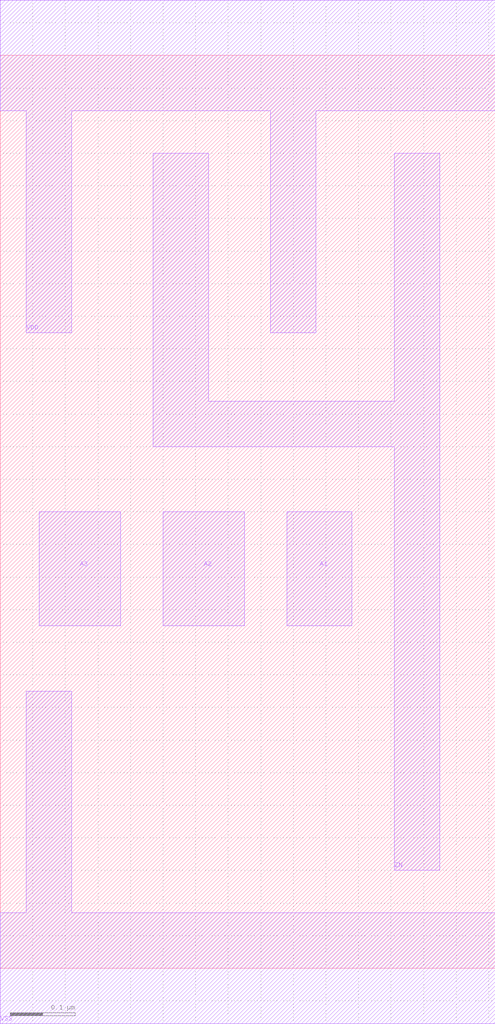
<source format=lef>
# 
# ******************************************************************************
# *                                                                            *
# *                   Copyright (C) 2004-2010, Nangate Inc.                    *
# *                           All rights reserved.                             *
# *                                                                            *
# * Nangate and the Nangate logo are trademarks of Nangate Inc.                *
# *                                                                            *
# * All trademarks, logos, software marks, and trade names (collectively the   *
# * "Marks") in this program are proprietary to Nangate or other respective    *
# * owners that have granted Nangate the right and license to use such Marks.  *
# * You are not permitted to use the Marks without the prior written consent   *
# * of Nangate or such third party that may own the Marks.                     *
# *                                                                            *
# * This file has been provided pursuant to a License Agreement containing     *
# * restrictions on its use. This file contains valuable trade secrets and     *
# * proprietary information of Nangate Inc., and is protected by U.S. and      *
# * international laws and/or treaties.                                        *
# *                                                                            *
# * The copyright notice(s) in this file does not indicate actual or intended  *
# * publication of this file.                                                  *
# *                                                                            *
# *     NGLibraryCreator, v2010.08-HR32-SP3-2010-08-05 - build 1009061800      *
# *                                                                            *
# ******************************************************************************
# 
# 
# Running on brazil06.nangate.com.br for user Giancarlo Franciscatto (gfr).
# Local time is now Fri, 3 Dec 2010, 19:32:18.
# Main process id is 27821.

VERSION 5.6 ;
BUSBITCHARS "[]" ;
DIVIDERCHAR "/" ;

MACRO NAND3_X1
  CLASS core ;
  FOREIGN NAND3_X1 0.0 0.0 ;
  ORIGIN 0 0 ;
  SYMMETRY X Y ;
  SITE FreePDK45_38x28_10R_NP_162NW_34O ;
  SIZE 0.76 BY 1.4 ;
  PIN A1
    DIRECTION INPUT ;
    ANTENNAPARTIALMETALAREA 0.0175 LAYER metal1 ;
    ANTENNAPARTIALMETALSIDEAREA 0.0715 LAYER metal1 ;
    ANTENNAGATEAREA 0.05225 ;
    PORT
      LAYER metal1 ;
        POLYGON 0.44 0.525 0.54 0.525 0.54 0.7 0.44 0.7  ;
    END
  END A1
  PIN A2
    DIRECTION INPUT ;
    ANTENNAPARTIALMETALAREA 0.021875 LAYER metal1 ;
    ANTENNAPARTIALMETALSIDEAREA 0.078 LAYER metal1 ;
    ANTENNAGATEAREA 0.05225 ;
    PORT
      LAYER metal1 ;
        POLYGON 0.25 0.525 0.375 0.525 0.375 0.7 0.25 0.7  ;
    END
  END A2
  PIN A3
    DIRECTION INPUT ;
    ANTENNAPARTIALMETALAREA 0.021875 LAYER metal1 ;
    ANTENNAPARTIALMETALSIDEAREA 0.078 LAYER metal1 ;
    ANTENNAGATEAREA 0.05225 ;
    PORT
      LAYER metal1 ;
        POLYGON 0.06 0.525 0.185 0.525 0.185 0.7 0.06 0.7  ;
    END
  END A3
  PIN ZN
    DIRECTION OUTPUT ;
    ANTENNAPARTIALMETALAREA 0.1352 LAYER metal1 ;
    ANTENNAPARTIALMETALSIDEAREA 0.4992 LAYER metal1 ;
    ANTENNADIFFAREA 0.197925 ;
    PORT
      LAYER metal1 ;
        POLYGON 0.235 0.8 0.605 0.8 0.605 0.15 0.675 0.15 0.675 1.25 0.605 1.25 0.605 0.87 0.32 0.87 0.32 1.25 0.235 1.25  ;
    END
  END ZN
  PIN VDD
    DIRECTION INOUT ;
    USE power ;
    SHAPE ABUTMENT ;
    PORT
      LAYER metal1 ;
        POLYGON 0 1.315 0.04 1.315 0.04 0.975 0.11 0.975 0.11 1.315 0.415 1.315 0.415 0.975 0.485 0.975 0.485 1.315 0.76 1.315 0.76 1.485 0 1.485  ;
    END
  END VDD
  PIN VSS
    DIRECTION INOUT ;
    USE ground ;
    SHAPE ABUTMENT ;
    PORT
      LAYER metal1 ;
        POLYGON 0 -0.085 0.76 -0.085 0.76 0.085 0.11 0.085 0.11 0.425 0.04 0.425 0.04 0.085 0 0.085  ;
    END
  END VSS
END NAND3_X1

END LIBRARY
#
# End of file
#

</source>
